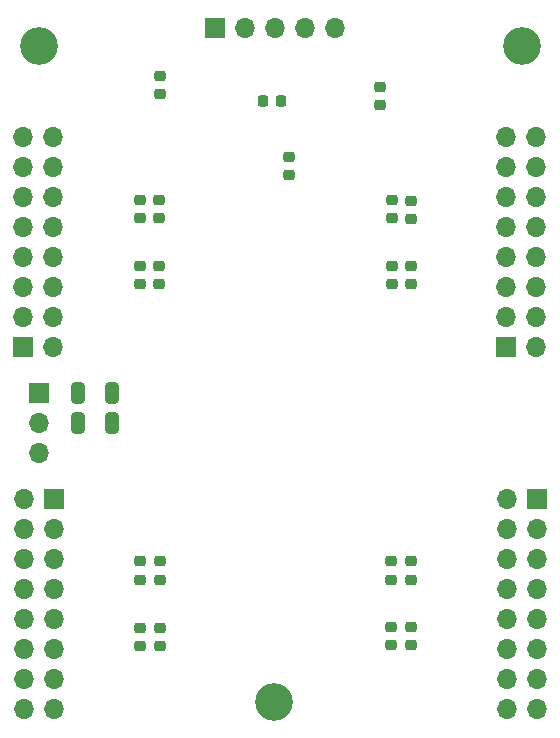
<source format=gbs>
%TF.GenerationSoftware,KiCad,Pcbnew,8.0.7*%
%TF.CreationDate,2025-02-08T20:50:40+05:30*%
%TF.ProjectId,AOS16 Double Buffer,414f5331-3620-4446-9f75-626c65204275,rev?*%
%TF.SameCoordinates,Original*%
%TF.FileFunction,Soldermask,Bot*%
%TF.FilePolarity,Negative*%
%FSLAX46Y46*%
G04 Gerber Fmt 4.6, Leading zero omitted, Abs format (unit mm)*
G04 Created by KiCad (PCBNEW 8.0.7) date 2025-02-08 20:50:40*
%MOMM*%
%LPD*%
G01*
G04 APERTURE LIST*
G04 Aperture macros list*
%AMRoundRect*
0 Rectangle with rounded corners*
0 $1 Rounding radius*
0 $2 $3 $4 $5 $6 $7 $8 $9 X,Y pos of 4 corners*
0 Add a 4 corners polygon primitive as box body*
4,1,4,$2,$3,$4,$5,$6,$7,$8,$9,$2,$3,0*
0 Add four circle primitives for the rounded corners*
1,1,$1+$1,$2,$3*
1,1,$1+$1,$4,$5*
1,1,$1+$1,$6,$7*
1,1,$1+$1,$8,$9*
0 Add four rect primitives between the rounded corners*
20,1,$1+$1,$2,$3,$4,$5,0*
20,1,$1+$1,$4,$5,$6,$7,0*
20,1,$1+$1,$6,$7,$8,$9,0*
20,1,$1+$1,$8,$9,$2,$3,0*%
G04 Aperture macros list end*
%ADD10C,3.200000*%
%ADD11R,1.700000X1.700000*%
%ADD12O,1.700000X1.700000*%
%ADD13RoundRect,0.225000X-0.250000X0.225000X-0.250000X-0.225000X0.250000X-0.225000X0.250000X0.225000X0*%
%ADD14RoundRect,0.225000X0.250000X-0.225000X0.250000X0.225000X-0.250000X0.225000X-0.250000X-0.225000X0*%
%ADD15RoundRect,0.225000X0.225000X0.250000X-0.225000X0.250000X-0.225000X-0.250000X0.225000X-0.250000X0*%
%ADD16RoundRect,0.250000X-0.325000X-0.650000X0.325000X-0.650000X0.325000X0.650000X-0.325000X0.650000X0*%
G04 APERTURE END LIST*
D10*
%TO.C,H2*%
X57000000Y-82500000D03*
%TD*%
%TO.C,H1*%
X77930000Y-27000000D03*
%TD*%
D11*
%TO.C,J2*%
X51985000Y-25435000D03*
D12*
X54525000Y-25435000D03*
X57065000Y-25435000D03*
X59605000Y-25435000D03*
X62145000Y-25435000D03*
%TD*%
%TO.C,J3*%
X35780000Y-83105000D03*
X38320000Y-83105000D03*
X35780000Y-80565000D03*
X38320000Y-80565000D03*
X35780000Y-78025000D03*
X38320000Y-78025000D03*
X35780000Y-75485000D03*
X38320000Y-75485000D03*
X35780000Y-72945000D03*
X38320000Y-72945000D03*
X35780000Y-70405000D03*
X38320000Y-70405000D03*
X35780000Y-67865000D03*
X38320000Y-67865000D03*
X35780000Y-65325000D03*
D11*
X38320000Y-65325000D03*
%TD*%
D12*
%TO.C,J4*%
X76680000Y-83105000D03*
X79220000Y-83105000D03*
X76680000Y-80565000D03*
X79220000Y-80565000D03*
X76680000Y-78025000D03*
X79220000Y-78025000D03*
X76680000Y-75485000D03*
X79220000Y-75485000D03*
X76680000Y-72945000D03*
X79220000Y-72945000D03*
X76680000Y-70405000D03*
X79220000Y-70405000D03*
X76680000Y-67865000D03*
X79220000Y-67865000D03*
X76680000Y-65325000D03*
D11*
X79220000Y-65325000D03*
%TD*%
D12*
%TO.C,J1*%
X37030000Y-61460000D03*
X37030000Y-58920000D03*
D11*
X37030000Y-56380000D03*
%TD*%
D10*
%TO.C,H1*%
X37030000Y-27000000D03*
%TD*%
D12*
%TO.C,J6*%
X79180000Y-34705000D03*
X76640000Y-34705000D03*
X79180000Y-37245000D03*
X76640000Y-37245000D03*
X79180000Y-39785000D03*
X76640000Y-39785000D03*
X79180000Y-42325000D03*
X76640000Y-42325000D03*
X79180000Y-44865000D03*
X76640000Y-44865000D03*
X79180000Y-47405000D03*
X76640000Y-47405000D03*
X79180000Y-49945000D03*
X76640000Y-49945000D03*
X79180000Y-52485000D03*
D11*
X76640000Y-52485000D03*
%TD*%
D13*
%TO.C,C5*%
X58245000Y-36405000D03*
X58245000Y-37955000D03*
%TD*%
D14*
%TO.C,C6*%
X65895000Y-32030000D03*
X65895000Y-30480000D03*
%TD*%
D15*
%TO.C,C1*%
X57570000Y-31615000D03*
X56020000Y-31615000D03*
%TD*%
D13*
%TO.C,C4*%
X47270000Y-29535000D03*
X47270000Y-31085000D03*
%TD*%
D11*
%TO.C,J5*%
X35740000Y-52485000D03*
D12*
X38280000Y-52485000D03*
X35740000Y-49945000D03*
X38280000Y-49945000D03*
X35740000Y-47405000D03*
X38280000Y-47405000D03*
X35740000Y-44865000D03*
X38280000Y-44865000D03*
X35740000Y-42325000D03*
X38280000Y-42325000D03*
X35740000Y-39785000D03*
X38280000Y-39785000D03*
X35740000Y-37245000D03*
X38280000Y-37245000D03*
X35740000Y-34705000D03*
X38280000Y-34705000D03*
%TD*%
D16*
%TO.C,C2*%
X40330000Y-56375000D03*
X43280000Y-56375000D03*
%TD*%
D13*
%TO.C,C23*%
X45590000Y-76270000D03*
X45590000Y-77820000D03*
%TD*%
%TO.C,C11*%
X66905000Y-76195000D03*
X66905000Y-77745000D03*
%TD*%
%TO.C,C16*%
X47195000Y-45610000D03*
X47195000Y-47160000D03*
%TD*%
%TO.C,C20*%
X68600000Y-47160000D03*
X68600000Y-45610000D03*
%TD*%
D14*
%TO.C,C14*%
X45585000Y-41585000D03*
X45585000Y-40035000D03*
%TD*%
D16*
%TO.C,C3*%
X40325000Y-58930000D03*
X43275000Y-58930000D03*
%TD*%
D14*
%TO.C,C15*%
X47195000Y-41585000D03*
X47195000Y-40035000D03*
%TD*%
%TO.C,C18*%
X68600000Y-41635000D03*
X68600000Y-40085000D03*
%TD*%
%TO.C,C22*%
X47310000Y-72172500D03*
X47310000Y-70622500D03*
%TD*%
D13*
%TO.C,C19*%
X66910000Y-45610000D03*
X66910000Y-47160000D03*
%TD*%
D14*
%TO.C,C21*%
X45605000Y-72185000D03*
X45605000Y-70635000D03*
%TD*%
%TO.C,C9*%
X66905000Y-72170000D03*
X66905000Y-70620000D03*
%TD*%
D13*
%TO.C,C12*%
X68545000Y-76195000D03*
X68545000Y-77745000D03*
%TD*%
%TO.C,C13*%
X45585000Y-47160000D03*
X45585000Y-45610000D03*
%TD*%
%TO.C,C24*%
X47310000Y-76270000D03*
X47310000Y-77820000D03*
%TD*%
D14*
%TO.C,C17*%
X66910000Y-41585000D03*
X66910000Y-40035000D03*
%TD*%
%TO.C,C10*%
X68545000Y-72170000D03*
X68545000Y-70620000D03*
%TD*%
M02*

</source>
